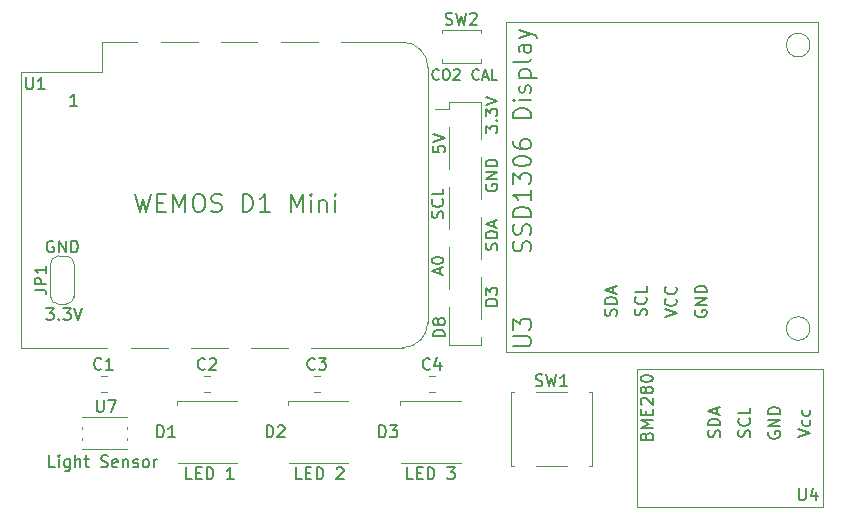
<source format=gbr>
%TF.GenerationSoftware,KiCad,Pcbnew,(5.1.5)-3*%
%TF.CreationDate,2020-03-09T23:17:30+02:00*%
%TF.ProjectId,iaq_device,6961715f-6465-4766-9963-652e6b696361,rev?*%
%TF.SameCoordinates,Original*%
%TF.FileFunction,Legend,Top*%
%TF.FilePolarity,Positive*%
%FSLAX46Y46*%
G04 Gerber Fmt 4.6, Leading zero omitted, Abs format (unit mm)*
G04 Created by KiCad (PCBNEW (5.1.5)-3) date 2020-03-09 23:17:30*
%MOMM*%
%LPD*%
G04 APERTURE LIST*
%ADD10C,0.150000*%
%ADD11C,0.120000*%
%ADD12C,0.200000*%
G04 APERTURE END LIST*
D10*
X105251214Y-82621380D02*
X104679785Y-82621380D01*
X104965500Y-82621380D02*
X104965500Y-81621380D01*
X104870261Y-81764238D01*
X104775023Y-81859476D01*
X104679785Y-81907095D01*
X136405880Y-102147595D02*
X135405880Y-102147595D01*
X135405880Y-101909500D01*
X135453500Y-101766642D01*
X135548738Y-101671404D01*
X135643976Y-101623785D01*
X135834452Y-101576166D01*
X135977309Y-101576166D01*
X136167785Y-101623785D01*
X136263023Y-101671404D01*
X136358261Y-101766642D01*
X136405880Y-101909500D01*
X136405880Y-102147595D01*
X135834452Y-101004738D02*
X135786833Y-101099976D01*
X135739214Y-101147595D01*
X135643976Y-101195214D01*
X135596357Y-101195214D01*
X135501119Y-101147595D01*
X135453500Y-101099976D01*
X135405880Y-101004738D01*
X135405880Y-100814261D01*
X135453500Y-100719023D01*
X135501119Y-100671404D01*
X135596357Y-100623785D01*
X135643976Y-100623785D01*
X135739214Y-100671404D01*
X135786833Y-100719023D01*
X135834452Y-100814261D01*
X135834452Y-101004738D01*
X135882071Y-101099976D01*
X135929690Y-101147595D01*
X136024928Y-101195214D01*
X136215404Y-101195214D01*
X136310642Y-101147595D01*
X136358261Y-101099976D01*
X136405880Y-101004738D01*
X136405880Y-100814261D01*
X136358261Y-100719023D01*
X136310642Y-100671404D01*
X136215404Y-100623785D01*
X136024928Y-100623785D01*
X135929690Y-100671404D01*
X135882071Y-100719023D01*
X135834452Y-100814261D01*
X140850880Y-99544095D02*
X139850880Y-99544095D01*
X139850880Y-99306000D01*
X139898500Y-99163142D01*
X139993738Y-99067904D01*
X140088976Y-99020285D01*
X140279452Y-98972666D01*
X140422309Y-98972666D01*
X140612785Y-99020285D01*
X140708023Y-99067904D01*
X140803261Y-99163142D01*
X140850880Y-99306000D01*
X140850880Y-99544095D01*
X139850880Y-98639333D02*
X139850880Y-98020285D01*
X140231833Y-98353619D01*
X140231833Y-98210761D01*
X140279452Y-98115523D01*
X140327071Y-98067904D01*
X140422309Y-98020285D01*
X140660404Y-98020285D01*
X140755642Y-98067904D01*
X140803261Y-98115523D01*
X140850880Y-98210761D01*
X140850880Y-98496476D01*
X140803261Y-98591714D01*
X140755642Y-98639333D01*
X135993166Y-96853285D02*
X135993166Y-96377095D01*
X136278880Y-96948523D02*
X135278880Y-96615190D01*
X136278880Y-96281857D01*
X135278880Y-95758047D02*
X135278880Y-95662809D01*
X135326500Y-95567571D01*
X135374119Y-95519952D01*
X135469357Y-95472333D01*
X135659833Y-95424714D01*
X135897928Y-95424714D01*
X136088404Y-95472333D01*
X136183642Y-95519952D01*
X136231261Y-95567571D01*
X136278880Y-95662809D01*
X136278880Y-95758047D01*
X136231261Y-95853285D01*
X136183642Y-95900904D01*
X136088404Y-95948523D01*
X135897928Y-95996142D01*
X135659833Y-95996142D01*
X135469357Y-95948523D01*
X135374119Y-95900904D01*
X135326500Y-95853285D01*
X135278880Y-95758047D01*
X140803261Y-94813285D02*
X140850880Y-94670428D01*
X140850880Y-94432333D01*
X140803261Y-94337095D01*
X140755642Y-94289476D01*
X140660404Y-94241857D01*
X140565166Y-94241857D01*
X140469928Y-94289476D01*
X140422309Y-94337095D01*
X140374690Y-94432333D01*
X140327071Y-94622809D01*
X140279452Y-94718047D01*
X140231833Y-94765666D01*
X140136595Y-94813285D01*
X140041357Y-94813285D01*
X139946119Y-94765666D01*
X139898500Y-94718047D01*
X139850880Y-94622809D01*
X139850880Y-94384714D01*
X139898500Y-94241857D01*
X140850880Y-93813285D02*
X139850880Y-93813285D01*
X139850880Y-93575190D01*
X139898500Y-93432333D01*
X139993738Y-93337095D01*
X140088976Y-93289476D01*
X140279452Y-93241857D01*
X140422309Y-93241857D01*
X140612785Y-93289476D01*
X140708023Y-93337095D01*
X140803261Y-93432333D01*
X140850880Y-93575190D01*
X140850880Y-93813285D01*
X140565166Y-92860904D02*
X140565166Y-92384714D01*
X140850880Y-92956142D02*
X139850880Y-92622809D01*
X140850880Y-92289476D01*
X136231261Y-92122476D02*
X136278880Y-91979619D01*
X136278880Y-91741523D01*
X136231261Y-91646285D01*
X136183642Y-91598666D01*
X136088404Y-91551047D01*
X135993166Y-91551047D01*
X135897928Y-91598666D01*
X135850309Y-91646285D01*
X135802690Y-91741523D01*
X135755071Y-91932000D01*
X135707452Y-92027238D01*
X135659833Y-92074857D01*
X135564595Y-92122476D01*
X135469357Y-92122476D01*
X135374119Y-92074857D01*
X135326500Y-92027238D01*
X135278880Y-91932000D01*
X135278880Y-91693904D01*
X135326500Y-91551047D01*
X136183642Y-90551047D02*
X136231261Y-90598666D01*
X136278880Y-90741523D01*
X136278880Y-90836761D01*
X136231261Y-90979619D01*
X136136023Y-91074857D01*
X136040785Y-91122476D01*
X135850309Y-91170095D01*
X135707452Y-91170095D01*
X135516976Y-91122476D01*
X135421738Y-91074857D01*
X135326500Y-90979619D01*
X135278880Y-90836761D01*
X135278880Y-90741523D01*
X135326500Y-90598666D01*
X135374119Y-90551047D01*
X136278880Y-89646285D02*
X136278880Y-90122476D01*
X135278880Y-90122476D01*
X139898500Y-89280904D02*
X139850880Y-89376142D01*
X139850880Y-89519000D01*
X139898500Y-89661857D01*
X139993738Y-89757095D01*
X140088976Y-89804714D01*
X140279452Y-89852333D01*
X140422309Y-89852333D01*
X140612785Y-89804714D01*
X140708023Y-89757095D01*
X140803261Y-89661857D01*
X140850880Y-89519000D01*
X140850880Y-89423761D01*
X140803261Y-89280904D01*
X140755642Y-89233285D01*
X140422309Y-89233285D01*
X140422309Y-89423761D01*
X140850880Y-88804714D02*
X139850880Y-88804714D01*
X140850880Y-88233285D01*
X139850880Y-88233285D01*
X140850880Y-87757095D02*
X139850880Y-87757095D01*
X139850880Y-87519000D01*
X139898500Y-87376142D01*
X139993738Y-87280904D01*
X140088976Y-87233285D01*
X140279452Y-87185666D01*
X140422309Y-87185666D01*
X140612785Y-87233285D01*
X140708023Y-87280904D01*
X140803261Y-87376142D01*
X140850880Y-87519000D01*
X140850880Y-87757095D01*
X135405880Y-86042476D02*
X135405880Y-86518666D01*
X135882071Y-86566285D01*
X135834452Y-86518666D01*
X135786833Y-86423428D01*
X135786833Y-86185333D01*
X135834452Y-86090095D01*
X135882071Y-86042476D01*
X135977309Y-85994857D01*
X136215404Y-85994857D01*
X136310642Y-86042476D01*
X136358261Y-86090095D01*
X136405880Y-86185333D01*
X136405880Y-86423428D01*
X136358261Y-86518666D01*
X136310642Y-86566285D01*
X135405880Y-85709142D02*
X136405880Y-85375809D01*
X135405880Y-85042476D01*
X139850880Y-84915190D02*
X139850880Y-84296142D01*
X140231833Y-84629476D01*
X140231833Y-84486619D01*
X140279452Y-84391380D01*
X140327071Y-84343761D01*
X140422309Y-84296142D01*
X140660404Y-84296142D01*
X140755642Y-84343761D01*
X140803261Y-84391380D01*
X140850880Y-84486619D01*
X140850880Y-84772333D01*
X140803261Y-84867571D01*
X140755642Y-84915190D01*
X140755642Y-83867571D02*
X140803261Y-83819952D01*
X140850880Y-83867571D01*
X140803261Y-83915190D01*
X140755642Y-83867571D01*
X140850880Y-83867571D01*
X139850880Y-83486619D02*
X139850880Y-82867571D01*
X140231833Y-83200904D01*
X140231833Y-83058047D01*
X140279452Y-82962809D01*
X140327071Y-82915190D01*
X140422309Y-82867571D01*
X140660404Y-82867571D01*
X140755642Y-82915190D01*
X140803261Y-82962809D01*
X140850880Y-83058047D01*
X140850880Y-83343761D01*
X140803261Y-83439000D01*
X140755642Y-83486619D01*
X139850880Y-82581857D02*
X140850880Y-82248523D01*
X139850880Y-81915190D01*
X135884714Y-80331428D02*
X135841857Y-80374285D01*
X135713285Y-80417142D01*
X135627571Y-80417142D01*
X135499000Y-80374285D01*
X135413285Y-80288571D01*
X135370428Y-80202857D01*
X135327571Y-80031428D01*
X135327571Y-79902857D01*
X135370428Y-79731428D01*
X135413285Y-79645714D01*
X135499000Y-79560000D01*
X135627571Y-79517142D01*
X135713285Y-79517142D01*
X135841857Y-79560000D01*
X135884714Y-79602857D01*
X136441857Y-79517142D02*
X136613285Y-79517142D01*
X136699000Y-79560000D01*
X136784714Y-79645714D01*
X136827571Y-79817142D01*
X136827571Y-80117142D01*
X136784714Y-80288571D01*
X136699000Y-80374285D01*
X136613285Y-80417142D01*
X136441857Y-80417142D01*
X136356142Y-80374285D01*
X136270428Y-80288571D01*
X136227571Y-80117142D01*
X136227571Y-79817142D01*
X136270428Y-79645714D01*
X136356142Y-79560000D01*
X136441857Y-79517142D01*
X137170428Y-79602857D02*
X137213285Y-79560000D01*
X137299000Y-79517142D01*
X137513285Y-79517142D01*
X137599000Y-79560000D01*
X137641857Y-79602857D01*
X137684714Y-79688571D01*
X137684714Y-79774285D01*
X137641857Y-79902857D01*
X137127571Y-80417142D01*
X137684714Y-80417142D01*
X139270428Y-80331428D02*
X139227571Y-80374285D01*
X139099000Y-80417142D01*
X139013285Y-80417142D01*
X138884714Y-80374285D01*
X138799000Y-80288571D01*
X138756142Y-80202857D01*
X138713285Y-80031428D01*
X138713285Y-79902857D01*
X138756142Y-79731428D01*
X138799000Y-79645714D01*
X138884714Y-79560000D01*
X139013285Y-79517142D01*
X139099000Y-79517142D01*
X139227571Y-79560000D01*
X139270428Y-79602857D01*
X139613285Y-80160000D02*
X140041857Y-80160000D01*
X139527571Y-80417142D02*
X139827571Y-79517142D01*
X140127571Y-80417142D01*
X140856142Y-80417142D02*
X140427571Y-80417142D01*
X140427571Y-79517142D01*
X133700000Y-114244380D02*
X133223809Y-114244380D01*
X133223809Y-113244380D01*
X134033333Y-113720571D02*
X134366666Y-113720571D01*
X134509523Y-114244380D02*
X134033333Y-114244380D01*
X134033333Y-113244380D01*
X134509523Y-113244380D01*
X134938095Y-114244380D02*
X134938095Y-113244380D01*
X135176190Y-113244380D01*
X135319047Y-113292000D01*
X135414285Y-113387238D01*
X135461904Y-113482476D01*
X135509523Y-113672952D01*
X135509523Y-113815809D01*
X135461904Y-114006285D01*
X135414285Y-114101523D01*
X135319047Y-114196761D01*
X135176190Y-114244380D01*
X134938095Y-114244380D01*
X136604761Y-113244380D02*
X137223809Y-113244380D01*
X136890476Y-113625333D01*
X137033333Y-113625333D01*
X137128571Y-113672952D01*
X137176190Y-113720571D01*
X137223809Y-113815809D01*
X137223809Y-114053904D01*
X137176190Y-114149142D01*
X137128571Y-114196761D01*
X137033333Y-114244380D01*
X136747619Y-114244380D01*
X136652380Y-114196761D01*
X136604761Y-114149142D01*
X124300000Y-114244380D02*
X123823809Y-114244380D01*
X123823809Y-113244380D01*
X124633333Y-113720571D02*
X124966666Y-113720571D01*
X125109523Y-114244380D02*
X124633333Y-114244380D01*
X124633333Y-113244380D01*
X125109523Y-113244380D01*
X125538095Y-114244380D02*
X125538095Y-113244380D01*
X125776190Y-113244380D01*
X125919047Y-113292000D01*
X126014285Y-113387238D01*
X126061904Y-113482476D01*
X126109523Y-113672952D01*
X126109523Y-113815809D01*
X126061904Y-114006285D01*
X126014285Y-114101523D01*
X125919047Y-114196761D01*
X125776190Y-114244380D01*
X125538095Y-114244380D01*
X127252380Y-113339619D02*
X127300000Y-113292000D01*
X127395238Y-113244380D01*
X127633333Y-113244380D01*
X127728571Y-113292000D01*
X127776190Y-113339619D01*
X127823809Y-113434857D01*
X127823809Y-113530095D01*
X127776190Y-113672952D01*
X127204761Y-114244380D01*
X127823809Y-114244380D01*
X115000000Y-114244380D02*
X114523809Y-114244380D01*
X114523809Y-113244380D01*
X115333333Y-113720571D02*
X115666666Y-113720571D01*
X115809523Y-114244380D02*
X115333333Y-114244380D01*
X115333333Y-113244380D01*
X115809523Y-113244380D01*
X116238095Y-114244380D02*
X116238095Y-113244380D01*
X116476190Y-113244380D01*
X116619047Y-113292000D01*
X116714285Y-113387238D01*
X116761904Y-113482476D01*
X116809523Y-113672952D01*
X116809523Y-113815809D01*
X116761904Y-114006285D01*
X116714285Y-114101523D01*
X116619047Y-114196761D01*
X116476190Y-114244380D01*
X116238095Y-114244380D01*
X118523809Y-114244380D02*
X117952380Y-114244380D01*
X118238095Y-114244380D02*
X118238095Y-113244380D01*
X118142857Y-113387238D01*
X118047619Y-113482476D01*
X117952380Y-113530095D01*
D11*
X168402000Y-104902000D02*
X168402000Y-116586000D01*
X152654000Y-104902000D02*
X168402000Y-104902000D01*
X152654000Y-116586000D02*
X152654000Y-104902000D01*
X168402000Y-116586000D02*
X152654000Y-116586000D01*
X168021000Y-75565000D02*
X141605000Y-75565000D01*
X168021000Y-103505000D02*
X168021000Y-75565000D01*
X167315000Y-77485000D02*
G75*
G03X167315000Y-77485000I-1000000J0D01*
G01*
X167315000Y-101485000D02*
G75*
G03X167315000Y-101485000I-1000000J0D01*
G01*
X141605000Y-103505000D02*
X141605000Y-75565000D01*
X154305000Y-103505000D02*
X141605000Y-103505000D01*
X154305000Y-103505000D02*
X168021000Y-103505000D01*
X142215000Y-113132000D02*
X141965000Y-113132000D01*
X141965000Y-113132000D02*
X141965000Y-106832000D01*
X141965000Y-106832000D02*
X142215000Y-106832000D01*
X146715000Y-113132000D02*
X144115000Y-113132000D01*
X148615000Y-106832000D02*
X148865000Y-106832000D01*
X148865000Y-106832000D02*
X148865000Y-113132000D01*
X148865000Y-113132000D02*
X148615000Y-113132000D01*
X144115000Y-106832000D02*
X146715000Y-106832000D01*
X103713000Y-99429000D02*
G75*
G02X103013000Y-98729000I0J700000D01*
G01*
X105013000Y-98729000D02*
G75*
G02X104313000Y-99429000I-700000J0D01*
G01*
X104313000Y-95329000D02*
G75*
G02X105013000Y-96029000I0J-700000D01*
G01*
X103013000Y-96029000D02*
G75*
G02X103713000Y-95329000I700000J0D01*
G01*
X103013000Y-98779000D02*
X103013000Y-95979000D01*
X103713000Y-95329000D02*
X104313000Y-95329000D01*
X105013000Y-95979000D02*
X105013000Y-98779000D01*
X104313000Y-99429000D02*
X103713000Y-99429000D01*
X135572500Y-82933000D02*
X136782500Y-82933000D01*
X136782500Y-99693000D02*
X136782500Y-102903000D01*
X136782500Y-94613000D02*
X136782500Y-98173000D01*
X136782500Y-89533000D02*
X136782500Y-93093000D01*
X136782500Y-84453000D02*
X136782500Y-88013000D01*
X136782500Y-82263000D02*
X136782500Y-82933000D01*
X136782500Y-102903000D02*
X139442500Y-102903000D01*
X139442500Y-102233000D02*
X139442500Y-102903000D01*
X139442500Y-97153000D02*
X139442500Y-100713000D01*
X139442500Y-92073000D02*
X139442500Y-95633000D01*
X139442500Y-86993000D02*
X139442500Y-90553000D01*
X139442500Y-82263000D02*
X139442500Y-85473000D01*
X136782500Y-82263000D02*
X139442500Y-82263000D01*
X109450000Y-111700000D02*
X105650000Y-111700000D01*
X105650000Y-110750000D02*
X105650000Y-110900000D01*
X105650000Y-109925000D02*
X105650000Y-109950000D01*
X105650000Y-109800000D02*
X105650000Y-109925000D01*
X109450000Y-110750000D02*
X109450000Y-110900000D01*
X109450000Y-109800000D02*
X109450000Y-109950000D01*
X105650000Y-109000000D02*
X109450000Y-109000000D01*
X125044200Y-103124000D02*
X132816600Y-103124000D01*
X100499000Y-79780000D02*
X100499000Y-103100000D01*
X134959000Y-100980000D02*
X134959000Y-79370000D01*
X107399000Y-77240000D02*
X107399000Y-79780000D01*
X107399000Y-79780000D02*
X100499000Y-79780000D01*
X132829000Y-77240000D02*
G75*
G02X134959000Y-79370000I0J-2130000D01*
G01*
X134959000Y-100970000D02*
G75*
G02X132829000Y-103100000I-2130000J0D01*
G01*
X107406440Y-77243940D02*
X110332520Y-77243940D01*
X112334040Y-77238860D02*
X115478560Y-77238860D01*
X117411500Y-77216000D02*
X120523000Y-77216000D01*
X122491500Y-77216000D02*
X125666500Y-77216000D01*
X127571500Y-77216000D02*
X133096000Y-77216000D01*
X107823000Y-103124000D02*
X100507800Y-103124000D01*
X109804200Y-103124000D02*
X112953800Y-103124000D01*
X114884200Y-103124000D02*
X118033800Y-103124000D01*
X119964200Y-103124000D02*
X123113800Y-103124000D01*
X139445000Y-76197000D02*
X139445000Y-76497000D01*
X136145000Y-76197000D02*
X139445000Y-76197000D01*
X136145000Y-76497000D02*
X136145000Y-76197000D01*
X139445000Y-78997000D02*
X139445000Y-78697000D01*
X136145000Y-78997000D02*
X139445000Y-78997000D01*
X136145000Y-78697000D02*
X136145000Y-78997000D01*
X135047922Y-106882000D02*
X135565078Y-106882000D01*
X135047922Y-105462000D02*
X135565078Y-105462000D01*
X125295922Y-106882000D02*
X125813078Y-106882000D01*
X125295922Y-105462000D02*
X125813078Y-105462000D01*
X116002922Y-106882000D02*
X116520078Y-106882000D01*
X116002922Y-105462000D02*
X116520078Y-105462000D01*
X107310422Y-106882000D02*
X107827578Y-106882000D01*
X107310422Y-105462000D02*
X107827578Y-105462000D01*
X132608000Y-107936000D02*
X132608000Y-107616000D01*
X132728000Y-112856000D02*
X137728000Y-112856000D01*
X132608000Y-107616000D02*
X137728000Y-107616000D01*
X123110000Y-107936000D02*
X123110000Y-107616000D01*
X123230000Y-112856000D02*
X128230000Y-112856000D01*
X123110000Y-107616000D02*
X128230000Y-107616000D01*
X113720000Y-107936000D02*
X113720000Y-107616000D01*
X113840000Y-112856000D02*
X118840000Y-112856000D01*
X113720000Y-107616000D02*
X118840000Y-107616000D01*
D10*
X166370095Y-115022380D02*
X166370095Y-115831904D01*
X166417714Y-115927142D01*
X166465333Y-115974761D01*
X166560571Y-116022380D01*
X166751047Y-116022380D01*
X166846285Y-115974761D01*
X166893904Y-115927142D01*
X166941523Y-115831904D01*
X166941523Y-115022380D01*
X167846285Y-115355714D02*
X167846285Y-116022380D01*
X167608190Y-114974761D02*
X167370095Y-115689047D01*
X167989142Y-115689047D01*
X153471571Y-110586833D02*
X153519190Y-110443976D01*
X153566809Y-110396357D01*
X153662047Y-110348738D01*
X153804904Y-110348738D01*
X153900142Y-110396357D01*
X153947761Y-110443976D01*
X153995380Y-110539214D01*
X153995380Y-110920166D01*
X152995380Y-110920166D01*
X152995380Y-110586833D01*
X153043000Y-110491595D01*
X153090619Y-110443976D01*
X153185857Y-110396357D01*
X153281095Y-110396357D01*
X153376333Y-110443976D01*
X153423952Y-110491595D01*
X153471571Y-110586833D01*
X153471571Y-110920166D01*
X153995380Y-109920166D02*
X152995380Y-109920166D01*
X153709666Y-109586833D01*
X152995380Y-109253500D01*
X153995380Y-109253500D01*
X153471571Y-108777309D02*
X153471571Y-108443976D01*
X153995380Y-108301119D02*
X153995380Y-108777309D01*
X152995380Y-108777309D01*
X152995380Y-108301119D01*
X153090619Y-107920166D02*
X153043000Y-107872547D01*
X152995380Y-107777309D01*
X152995380Y-107539214D01*
X153043000Y-107443976D01*
X153090619Y-107396357D01*
X153185857Y-107348738D01*
X153281095Y-107348738D01*
X153423952Y-107396357D01*
X153995380Y-107967785D01*
X153995380Y-107348738D01*
X153423952Y-106777309D02*
X153376333Y-106872547D01*
X153328714Y-106920166D01*
X153233476Y-106967785D01*
X153185857Y-106967785D01*
X153090619Y-106920166D01*
X153043000Y-106872547D01*
X152995380Y-106777309D01*
X152995380Y-106586833D01*
X153043000Y-106491595D01*
X153090619Y-106443976D01*
X153185857Y-106396357D01*
X153233476Y-106396357D01*
X153328714Y-106443976D01*
X153376333Y-106491595D01*
X153423952Y-106586833D01*
X153423952Y-106777309D01*
X153471571Y-106872547D01*
X153519190Y-106920166D01*
X153614428Y-106967785D01*
X153804904Y-106967785D01*
X153900142Y-106920166D01*
X153947761Y-106872547D01*
X153995380Y-106777309D01*
X153995380Y-106586833D01*
X153947761Y-106491595D01*
X153900142Y-106443976D01*
X153804904Y-106396357D01*
X153614428Y-106396357D01*
X153519190Y-106443976D01*
X153471571Y-106491595D01*
X153423952Y-106586833D01*
X152995380Y-105777309D02*
X152995380Y-105682071D01*
X153043000Y-105586833D01*
X153090619Y-105539214D01*
X153185857Y-105491595D01*
X153376333Y-105443976D01*
X153614428Y-105443976D01*
X153804904Y-105491595D01*
X153900142Y-105539214D01*
X153947761Y-105586833D01*
X153995380Y-105682071D01*
X153995380Y-105777309D01*
X153947761Y-105872547D01*
X153900142Y-105920166D01*
X153804904Y-105967785D01*
X153614428Y-106015404D01*
X153376333Y-106015404D01*
X153185857Y-105967785D01*
X153090619Y-105920166D01*
X153043000Y-105872547D01*
X152995380Y-105777309D01*
X159662761Y-110688285D02*
X159710380Y-110545428D01*
X159710380Y-110307333D01*
X159662761Y-110212095D01*
X159615142Y-110164476D01*
X159519904Y-110116857D01*
X159424666Y-110116857D01*
X159329428Y-110164476D01*
X159281809Y-110212095D01*
X159234190Y-110307333D01*
X159186571Y-110497809D01*
X159138952Y-110593047D01*
X159091333Y-110640666D01*
X158996095Y-110688285D01*
X158900857Y-110688285D01*
X158805619Y-110640666D01*
X158758000Y-110593047D01*
X158710380Y-110497809D01*
X158710380Y-110259714D01*
X158758000Y-110116857D01*
X159710380Y-109688285D02*
X158710380Y-109688285D01*
X158710380Y-109450190D01*
X158758000Y-109307333D01*
X158853238Y-109212095D01*
X158948476Y-109164476D01*
X159138952Y-109116857D01*
X159281809Y-109116857D01*
X159472285Y-109164476D01*
X159567523Y-109212095D01*
X159662761Y-109307333D01*
X159710380Y-109450190D01*
X159710380Y-109688285D01*
X159424666Y-108735904D02*
X159424666Y-108259714D01*
X159710380Y-108831142D02*
X158710380Y-108497809D01*
X159710380Y-108164476D01*
X162202761Y-110664476D02*
X162250380Y-110521619D01*
X162250380Y-110283523D01*
X162202761Y-110188285D01*
X162155142Y-110140666D01*
X162059904Y-110093047D01*
X161964666Y-110093047D01*
X161869428Y-110140666D01*
X161821809Y-110188285D01*
X161774190Y-110283523D01*
X161726571Y-110474000D01*
X161678952Y-110569238D01*
X161631333Y-110616857D01*
X161536095Y-110664476D01*
X161440857Y-110664476D01*
X161345619Y-110616857D01*
X161298000Y-110569238D01*
X161250380Y-110474000D01*
X161250380Y-110235904D01*
X161298000Y-110093047D01*
X162155142Y-109093047D02*
X162202761Y-109140666D01*
X162250380Y-109283523D01*
X162250380Y-109378761D01*
X162202761Y-109521619D01*
X162107523Y-109616857D01*
X162012285Y-109664476D01*
X161821809Y-109712095D01*
X161678952Y-109712095D01*
X161488476Y-109664476D01*
X161393238Y-109616857D01*
X161298000Y-109521619D01*
X161250380Y-109378761D01*
X161250380Y-109283523D01*
X161298000Y-109140666D01*
X161345619Y-109093047D01*
X162250380Y-108188285D02*
X162250380Y-108664476D01*
X161250380Y-108664476D01*
X163838000Y-110235904D02*
X163790380Y-110331142D01*
X163790380Y-110474000D01*
X163838000Y-110616857D01*
X163933238Y-110712095D01*
X164028476Y-110759714D01*
X164218952Y-110807333D01*
X164361809Y-110807333D01*
X164552285Y-110759714D01*
X164647523Y-110712095D01*
X164742761Y-110616857D01*
X164790380Y-110474000D01*
X164790380Y-110378761D01*
X164742761Y-110235904D01*
X164695142Y-110188285D01*
X164361809Y-110188285D01*
X164361809Y-110378761D01*
X164790380Y-109759714D02*
X163790380Y-109759714D01*
X164790380Y-109188285D01*
X163790380Y-109188285D01*
X164790380Y-108712095D02*
X163790380Y-108712095D01*
X163790380Y-108474000D01*
X163838000Y-108331142D01*
X163933238Y-108235904D01*
X164028476Y-108188285D01*
X164218952Y-108140666D01*
X164361809Y-108140666D01*
X164552285Y-108188285D01*
X164647523Y-108235904D01*
X164742761Y-108331142D01*
X164790380Y-108474000D01*
X164790380Y-108712095D01*
X166330380Y-110664476D02*
X167330380Y-110331142D01*
X166330380Y-109997809D01*
X167282761Y-109235904D02*
X167330380Y-109331142D01*
X167330380Y-109521619D01*
X167282761Y-109616857D01*
X167235142Y-109664476D01*
X167139904Y-109712095D01*
X166854190Y-109712095D01*
X166758952Y-109664476D01*
X166711333Y-109616857D01*
X166663714Y-109521619D01*
X166663714Y-109331142D01*
X166711333Y-109235904D01*
X167282761Y-108378761D02*
X167330380Y-108474000D01*
X167330380Y-108664476D01*
X167282761Y-108759714D01*
X167235142Y-108807333D01*
X167139904Y-108854952D01*
X166854190Y-108854952D01*
X166758952Y-108807333D01*
X166711333Y-108759714D01*
X166663714Y-108664476D01*
X166663714Y-108474000D01*
X166711333Y-108378761D01*
D12*
X142180571Y-102996857D02*
X143394857Y-102996857D01*
X143537714Y-102925428D01*
X143609142Y-102854000D01*
X143680571Y-102711142D01*
X143680571Y-102425428D01*
X143609142Y-102282571D01*
X143537714Y-102211142D01*
X143394857Y-102139714D01*
X142180571Y-102139714D01*
X142180571Y-101568285D02*
X142180571Y-100639714D01*
X142752000Y-101139714D01*
X142752000Y-100925428D01*
X142823428Y-100782571D01*
X142894857Y-100711142D01*
X143037714Y-100639714D01*
X143394857Y-100639714D01*
X143537714Y-100711142D01*
X143609142Y-100782571D01*
X143680571Y-100925428D01*
X143680571Y-101354000D01*
X143609142Y-101496857D01*
X143537714Y-101568285D01*
D10*
X150899761Y-100401285D02*
X150947380Y-100258428D01*
X150947380Y-100020333D01*
X150899761Y-99925095D01*
X150852142Y-99877476D01*
X150756904Y-99829857D01*
X150661666Y-99829857D01*
X150566428Y-99877476D01*
X150518809Y-99925095D01*
X150471190Y-100020333D01*
X150423571Y-100210809D01*
X150375952Y-100306047D01*
X150328333Y-100353666D01*
X150233095Y-100401285D01*
X150137857Y-100401285D01*
X150042619Y-100353666D01*
X149995000Y-100306047D01*
X149947380Y-100210809D01*
X149947380Y-99972714D01*
X149995000Y-99829857D01*
X150947380Y-99401285D02*
X149947380Y-99401285D01*
X149947380Y-99163190D01*
X149995000Y-99020333D01*
X150090238Y-98925095D01*
X150185476Y-98877476D01*
X150375952Y-98829857D01*
X150518809Y-98829857D01*
X150709285Y-98877476D01*
X150804523Y-98925095D01*
X150899761Y-99020333D01*
X150947380Y-99163190D01*
X150947380Y-99401285D01*
X150661666Y-98448904D02*
X150661666Y-97972714D01*
X150947380Y-98544142D02*
X149947380Y-98210809D01*
X150947380Y-97877476D01*
X153439761Y-100377476D02*
X153487380Y-100234619D01*
X153487380Y-99996523D01*
X153439761Y-99901285D01*
X153392142Y-99853666D01*
X153296904Y-99806047D01*
X153201666Y-99806047D01*
X153106428Y-99853666D01*
X153058809Y-99901285D01*
X153011190Y-99996523D01*
X152963571Y-100187000D01*
X152915952Y-100282238D01*
X152868333Y-100329857D01*
X152773095Y-100377476D01*
X152677857Y-100377476D01*
X152582619Y-100329857D01*
X152535000Y-100282238D01*
X152487380Y-100187000D01*
X152487380Y-99948904D01*
X152535000Y-99806047D01*
X153392142Y-98806047D02*
X153439761Y-98853666D01*
X153487380Y-98996523D01*
X153487380Y-99091761D01*
X153439761Y-99234619D01*
X153344523Y-99329857D01*
X153249285Y-99377476D01*
X153058809Y-99425095D01*
X152915952Y-99425095D01*
X152725476Y-99377476D01*
X152630238Y-99329857D01*
X152535000Y-99234619D01*
X152487380Y-99091761D01*
X152487380Y-98996523D01*
X152535000Y-98853666D01*
X152582619Y-98806047D01*
X153487380Y-97901285D02*
X153487380Y-98377476D01*
X152487380Y-98377476D01*
X155027380Y-100520333D02*
X156027380Y-100187000D01*
X155027380Y-99853666D01*
X155932142Y-98948904D02*
X155979761Y-98996523D01*
X156027380Y-99139380D01*
X156027380Y-99234619D01*
X155979761Y-99377476D01*
X155884523Y-99472714D01*
X155789285Y-99520333D01*
X155598809Y-99567952D01*
X155455952Y-99567952D01*
X155265476Y-99520333D01*
X155170238Y-99472714D01*
X155075000Y-99377476D01*
X155027380Y-99234619D01*
X155027380Y-99139380D01*
X155075000Y-98996523D01*
X155122619Y-98948904D01*
X155932142Y-97948904D02*
X155979761Y-97996523D01*
X156027380Y-98139380D01*
X156027380Y-98234619D01*
X155979761Y-98377476D01*
X155884523Y-98472714D01*
X155789285Y-98520333D01*
X155598809Y-98567952D01*
X155455952Y-98567952D01*
X155265476Y-98520333D01*
X155170238Y-98472714D01*
X155075000Y-98377476D01*
X155027380Y-98234619D01*
X155027380Y-98139380D01*
X155075000Y-97996523D01*
X155122619Y-97948904D01*
X157615000Y-99948904D02*
X157567380Y-100044142D01*
X157567380Y-100187000D01*
X157615000Y-100329857D01*
X157710238Y-100425095D01*
X157805476Y-100472714D01*
X157995952Y-100520333D01*
X158138809Y-100520333D01*
X158329285Y-100472714D01*
X158424523Y-100425095D01*
X158519761Y-100329857D01*
X158567380Y-100187000D01*
X158567380Y-100091761D01*
X158519761Y-99948904D01*
X158472142Y-99901285D01*
X158138809Y-99901285D01*
X158138809Y-100091761D01*
X158567380Y-99472714D02*
X157567380Y-99472714D01*
X158567380Y-98901285D01*
X157567380Y-98901285D01*
X158567380Y-98425095D02*
X157567380Y-98425095D01*
X157567380Y-98187000D01*
X157615000Y-98044142D01*
X157710238Y-97948904D01*
X157805476Y-97901285D01*
X157995952Y-97853666D01*
X158138809Y-97853666D01*
X158329285Y-97901285D01*
X158424523Y-97948904D01*
X158519761Y-98044142D01*
X158567380Y-98187000D01*
X158567380Y-98425095D01*
D12*
X143609142Y-94955142D02*
X143680571Y-94740857D01*
X143680571Y-94383714D01*
X143609142Y-94240857D01*
X143537714Y-94169428D01*
X143394857Y-94098000D01*
X143252000Y-94098000D01*
X143109142Y-94169428D01*
X143037714Y-94240857D01*
X142966285Y-94383714D01*
X142894857Y-94669428D01*
X142823428Y-94812285D01*
X142752000Y-94883714D01*
X142609142Y-94955142D01*
X142466285Y-94955142D01*
X142323428Y-94883714D01*
X142252000Y-94812285D01*
X142180571Y-94669428D01*
X142180571Y-94312285D01*
X142252000Y-94098000D01*
X143609142Y-93526571D02*
X143680571Y-93312285D01*
X143680571Y-92955142D01*
X143609142Y-92812285D01*
X143537714Y-92740857D01*
X143394857Y-92669428D01*
X143252000Y-92669428D01*
X143109142Y-92740857D01*
X143037714Y-92812285D01*
X142966285Y-92955142D01*
X142894857Y-93240857D01*
X142823428Y-93383714D01*
X142752000Y-93455142D01*
X142609142Y-93526571D01*
X142466285Y-93526571D01*
X142323428Y-93455142D01*
X142252000Y-93383714D01*
X142180571Y-93240857D01*
X142180571Y-92883714D01*
X142252000Y-92669428D01*
X143680571Y-92026571D02*
X142180571Y-92026571D01*
X142180571Y-91669428D01*
X142252000Y-91455142D01*
X142394857Y-91312285D01*
X142537714Y-91240857D01*
X142823428Y-91169428D01*
X143037714Y-91169428D01*
X143323428Y-91240857D01*
X143466285Y-91312285D01*
X143609142Y-91455142D01*
X143680571Y-91669428D01*
X143680571Y-92026571D01*
X143680571Y-89740857D02*
X143680571Y-90598000D01*
X143680571Y-90169428D02*
X142180571Y-90169428D01*
X142394857Y-90312285D01*
X142537714Y-90455142D01*
X142609142Y-90598000D01*
X142180571Y-89240857D02*
X142180571Y-88312285D01*
X142752000Y-88812285D01*
X142752000Y-88598000D01*
X142823428Y-88455142D01*
X142894857Y-88383714D01*
X143037714Y-88312285D01*
X143394857Y-88312285D01*
X143537714Y-88383714D01*
X143609142Y-88455142D01*
X143680571Y-88598000D01*
X143680571Y-89026571D01*
X143609142Y-89169428D01*
X143537714Y-89240857D01*
X142180571Y-87383714D02*
X142180571Y-87240857D01*
X142252000Y-87098000D01*
X142323428Y-87026571D01*
X142466285Y-86955142D01*
X142752000Y-86883714D01*
X143109142Y-86883714D01*
X143394857Y-86955142D01*
X143537714Y-87026571D01*
X143609142Y-87098000D01*
X143680571Y-87240857D01*
X143680571Y-87383714D01*
X143609142Y-87526571D01*
X143537714Y-87598000D01*
X143394857Y-87669428D01*
X143109142Y-87740857D01*
X142752000Y-87740857D01*
X142466285Y-87669428D01*
X142323428Y-87598000D01*
X142252000Y-87526571D01*
X142180571Y-87383714D01*
X142180571Y-85598000D02*
X142180571Y-85883714D01*
X142252000Y-86026571D01*
X142323428Y-86098000D01*
X142537714Y-86240857D01*
X142823428Y-86312285D01*
X143394857Y-86312285D01*
X143537714Y-86240857D01*
X143609142Y-86169428D01*
X143680571Y-86026571D01*
X143680571Y-85740857D01*
X143609142Y-85598000D01*
X143537714Y-85526571D01*
X143394857Y-85455142D01*
X143037714Y-85455142D01*
X142894857Y-85526571D01*
X142823428Y-85598000D01*
X142752000Y-85740857D01*
X142752000Y-86026571D01*
X142823428Y-86169428D01*
X142894857Y-86240857D01*
X143037714Y-86312285D01*
X143680571Y-83669428D02*
X142180571Y-83669428D01*
X142180571Y-83312285D01*
X142252000Y-83098000D01*
X142394857Y-82955142D01*
X142537714Y-82883714D01*
X142823428Y-82812285D01*
X143037714Y-82812285D01*
X143323428Y-82883714D01*
X143466285Y-82955142D01*
X143609142Y-83098000D01*
X143680571Y-83312285D01*
X143680571Y-83669428D01*
X143680571Y-82169428D02*
X142680571Y-82169428D01*
X142180571Y-82169428D02*
X142252000Y-82240857D01*
X142323428Y-82169428D01*
X142252000Y-82098000D01*
X142180571Y-82169428D01*
X142323428Y-82169428D01*
X143609142Y-81526571D02*
X143680571Y-81383714D01*
X143680571Y-81098000D01*
X143609142Y-80955142D01*
X143466285Y-80883714D01*
X143394857Y-80883714D01*
X143252000Y-80955142D01*
X143180571Y-81098000D01*
X143180571Y-81312285D01*
X143109142Y-81455142D01*
X142966285Y-81526571D01*
X142894857Y-81526571D01*
X142752000Y-81455142D01*
X142680571Y-81312285D01*
X142680571Y-81098000D01*
X142752000Y-80955142D01*
X142680571Y-80240857D02*
X144180571Y-80240857D01*
X142752000Y-80240857D02*
X142680571Y-80098000D01*
X142680571Y-79812285D01*
X142752000Y-79669428D01*
X142823428Y-79598000D01*
X142966285Y-79526571D01*
X143394857Y-79526571D01*
X143537714Y-79598000D01*
X143609142Y-79669428D01*
X143680571Y-79812285D01*
X143680571Y-80098000D01*
X143609142Y-80240857D01*
X143680571Y-78669428D02*
X143609142Y-78812285D01*
X143466285Y-78883714D01*
X142180571Y-78883714D01*
X143680571Y-77455142D02*
X142894857Y-77455142D01*
X142752000Y-77526571D01*
X142680571Y-77669428D01*
X142680571Y-77955142D01*
X142752000Y-78098000D01*
X143609142Y-77455142D02*
X143680571Y-77598000D01*
X143680571Y-77955142D01*
X143609142Y-78098000D01*
X143466285Y-78169428D01*
X143323428Y-78169428D01*
X143180571Y-78098000D01*
X143109142Y-77955142D01*
X143109142Y-77598000D01*
X143037714Y-77455142D01*
X142680571Y-76883714D02*
X143680571Y-76526571D01*
X142680571Y-76169428D02*
X143680571Y-76526571D01*
X144037714Y-76669428D01*
X144109142Y-76740857D01*
X144180571Y-76883714D01*
D10*
X144081666Y-106322761D02*
X144224523Y-106370380D01*
X144462619Y-106370380D01*
X144557857Y-106322761D01*
X144605476Y-106275142D01*
X144653095Y-106179904D01*
X144653095Y-106084666D01*
X144605476Y-105989428D01*
X144557857Y-105941809D01*
X144462619Y-105894190D01*
X144272142Y-105846571D01*
X144176904Y-105798952D01*
X144129285Y-105751333D01*
X144081666Y-105656095D01*
X144081666Y-105560857D01*
X144129285Y-105465619D01*
X144176904Y-105418000D01*
X144272142Y-105370380D01*
X144510238Y-105370380D01*
X144653095Y-105418000D01*
X144986428Y-105370380D02*
X145224523Y-106370380D01*
X145415000Y-105656095D01*
X145605476Y-106370380D01*
X145843571Y-105370380D01*
X146748333Y-106370380D02*
X146176904Y-106370380D01*
X146462619Y-106370380D02*
X146462619Y-105370380D01*
X146367380Y-105513238D01*
X146272142Y-105608476D01*
X146176904Y-105656095D01*
X101665380Y-98212333D02*
X102379666Y-98212333D01*
X102522523Y-98259952D01*
X102617761Y-98355190D01*
X102665380Y-98498047D01*
X102665380Y-98593285D01*
X102665380Y-97736142D02*
X101665380Y-97736142D01*
X101665380Y-97355190D01*
X101713000Y-97259952D01*
X101760619Y-97212333D01*
X101855857Y-97164714D01*
X101998714Y-97164714D01*
X102093952Y-97212333D01*
X102141571Y-97259952D01*
X102189190Y-97355190D01*
X102189190Y-97736142D01*
X102665380Y-96212333D02*
X102665380Y-96783761D01*
X102665380Y-96498047D02*
X101665380Y-96498047D01*
X101808238Y-96593285D01*
X101903476Y-96688523D01*
X101951095Y-96783761D01*
X102663809Y-99752380D02*
X103282857Y-99752380D01*
X102949523Y-100133333D01*
X103092380Y-100133333D01*
X103187619Y-100180952D01*
X103235238Y-100228571D01*
X103282857Y-100323809D01*
X103282857Y-100561904D01*
X103235238Y-100657142D01*
X103187619Y-100704761D01*
X103092380Y-100752380D01*
X102806666Y-100752380D01*
X102711428Y-100704761D01*
X102663809Y-100657142D01*
X103711428Y-100657142D02*
X103759047Y-100704761D01*
X103711428Y-100752380D01*
X103663809Y-100704761D01*
X103711428Y-100657142D01*
X103711428Y-100752380D01*
X104092380Y-99752380D02*
X104711428Y-99752380D01*
X104378095Y-100133333D01*
X104520952Y-100133333D01*
X104616190Y-100180952D01*
X104663809Y-100228571D01*
X104711428Y-100323809D01*
X104711428Y-100561904D01*
X104663809Y-100657142D01*
X104616190Y-100704761D01*
X104520952Y-100752380D01*
X104235238Y-100752380D01*
X104140000Y-100704761D01*
X104092380Y-100657142D01*
X104997142Y-99752380D02*
X105330476Y-100752380D01*
X105663809Y-99752380D01*
X103251095Y-94085000D02*
X103155857Y-94037380D01*
X103013000Y-94037380D01*
X102870142Y-94085000D01*
X102774904Y-94180238D01*
X102727285Y-94275476D01*
X102679666Y-94465952D01*
X102679666Y-94608809D01*
X102727285Y-94799285D01*
X102774904Y-94894523D01*
X102870142Y-94989761D01*
X103013000Y-95037380D01*
X103108238Y-95037380D01*
X103251095Y-94989761D01*
X103298714Y-94942142D01*
X103298714Y-94608809D01*
X103108238Y-94608809D01*
X103727285Y-95037380D02*
X103727285Y-94037380D01*
X104298714Y-95037380D01*
X104298714Y-94037380D01*
X104774904Y-95037380D02*
X104774904Y-94037380D01*
X105013000Y-94037380D01*
X105155857Y-94085000D01*
X105251095Y-94180238D01*
X105298714Y-94275476D01*
X105346333Y-94465952D01*
X105346333Y-94608809D01*
X105298714Y-94799285D01*
X105251095Y-94894523D01*
X105155857Y-94989761D01*
X105013000Y-95037380D01*
X104774904Y-95037380D01*
X106934095Y-107529380D02*
X106934095Y-108338904D01*
X106981714Y-108434142D01*
X107029333Y-108481761D01*
X107124571Y-108529380D01*
X107315047Y-108529380D01*
X107410285Y-108481761D01*
X107457904Y-108434142D01*
X107505523Y-108338904D01*
X107505523Y-107529380D01*
X107886476Y-107529380D02*
X108553142Y-107529380D01*
X108124571Y-108529380D01*
X103400190Y-113228380D02*
X102924000Y-113228380D01*
X102924000Y-112228380D01*
X103733523Y-113228380D02*
X103733523Y-112561714D01*
X103733523Y-112228380D02*
X103685904Y-112276000D01*
X103733523Y-112323619D01*
X103781142Y-112276000D01*
X103733523Y-112228380D01*
X103733523Y-112323619D01*
X104638285Y-112561714D02*
X104638285Y-113371238D01*
X104590666Y-113466476D01*
X104543047Y-113514095D01*
X104447809Y-113561714D01*
X104304952Y-113561714D01*
X104209714Y-113514095D01*
X104638285Y-113180761D02*
X104543047Y-113228380D01*
X104352571Y-113228380D01*
X104257333Y-113180761D01*
X104209714Y-113133142D01*
X104162095Y-113037904D01*
X104162095Y-112752190D01*
X104209714Y-112656952D01*
X104257333Y-112609333D01*
X104352571Y-112561714D01*
X104543047Y-112561714D01*
X104638285Y-112609333D01*
X105114476Y-113228380D02*
X105114476Y-112228380D01*
X105543047Y-113228380D02*
X105543047Y-112704571D01*
X105495428Y-112609333D01*
X105400190Y-112561714D01*
X105257333Y-112561714D01*
X105162095Y-112609333D01*
X105114476Y-112656952D01*
X105876380Y-112561714D02*
X106257333Y-112561714D01*
X106019238Y-112228380D02*
X106019238Y-113085523D01*
X106066857Y-113180761D01*
X106162095Y-113228380D01*
X106257333Y-113228380D01*
X107304952Y-113180761D02*
X107447809Y-113228380D01*
X107685904Y-113228380D01*
X107781142Y-113180761D01*
X107828761Y-113133142D01*
X107876380Y-113037904D01*
X107876380Y-112942666D01*
X107828761Y-112847428D01*
X107781142Y-112799809D01*
X107685904Y-112752190D01*
X107495428Y-112704571D01*
X107400190Y-112656952D01*
X107352571Y-112609333D01*
X107304952Y-112514095D01*
X107304952Y-112418857D01*
X107352571Y-112323619D01*
X107400190Y-112276000D01*
X107495428Y-112228380D01*
X107733523Y-112228380D01*
X107876380Y-112276000D01*
X108685904Y-113180761D02*
X108590666Y-113228380D01*
X108400190Y-113228380D01*
X108304952Y-113180761D01*
X108257333Y-113085523D01*
X108257333Y-112704571D01*
X108304952Y-112609333D01*
X108400190Y-112561714D01*
X108590666Y-112561714D01*
X108685904Y-112609333D01*
X108733523Y-112704571D01*
X108733523Y-112799809D01*
X108257333Y-112895047D01*
X109162095Y-112561714D02*
X109162095Y-113228380D01*
X109162095Y-112656952D02*
X109209714Y-112609333D01*
X109304952Y-112561714D01*
X109447809Y-112561714D01*
X109543047Y-112609333D01*
X109590666Y-112704571D01*
X109590666Y-113228380D01*
X110019238Y-113180761D02*
X110114476Y-113228380D01*
X110304952Y-113228380D01*
X110400190Y-113180761D01*
X110447809Y-113085523D01*
X110447809Y-113037904D01*
X110400190Y-112942666D01*
X110304952Y-112895047D01*
X110162095Y-112895047D01*
X110066857Y-112847428D01*
X110019238Y-112752190D01*
X110019238Y-112704571D01*
X110066857Y-112609333D01*
X110162095Y-112561714D01*
X110304952Y-112561714D01*
X110400190Y-112609333D01*
X111019238Y-113228380D02*
X110924000Y-113180761D01*
X110876380Y-113133142D01*
X110828761Y-113037904D01*
X110828761Y-112752190D01*
X110876380Y-112656952D01*
X110924000Y-112609333D01*
X111019238Y-112561714D01*
X111162095Y-112561714D01*
X111257333Y-112609333D01*
X111304952Y-112656952D01*
X111352571Y-112752190D01*
X111352571Y-113037904D01*
X111304952Y-113133142D01*
X111257333Y-113180761D01*
X111162095Y-113228380D01*
X111019238Y-113228380D01*
X111781142Y-113228380D02*
X111781142Y-112561714D01*
X111781142Y-112752190D02*
X111828761Y-112656952D01*
X111876380Y-112609333D01*
X111971619Y-112561714D01*
X112066857Y-112561714D01*
X100965095Y-80224380D02*
X100965095Y-81033904D01*
X101012714Y-81129142D01*
X101060333Y-81176761D01*
X101155571Y-81224380D01*
X101346047Y-81224380D01*
X101441285Y-81176761D01*
X101488904Y-81129142D01*
X101536523Y-81033904D01*
X101536523Y-80224380D01*
X102536523Y-81224380D02*
X101965095Y-81224380D01*
X102250809Y-81224380D02*
X102250809Y-80224380D01*
X102155571Y-80367238D01*
X102060333Y-80462476D01*
X101965095Y-80510095D01*
D12*
X110209285Y-90110571D02*
X110566428Y-91610571D01*
X110852142Y-90539142D01*
X111137857Y-91610571D01*
X111495000Y-90110571D01*
X112066428Y-90824857D02*
X112566428Y-90824857D01*
X112780714Y-91610571D02*
X112066428Y-91610571D01*
X112066428Y-90110571D01*
X112780714Y-90110571D01*
X113423571Y-91610571D02*
X113423571Y-90110571D01*
X113923571Y-91182000D01*
X114423571Y-90110571D01*
X114423571Y-91610571D01*
X115423571Y-90110571D02*
X115709285Y-90110571D01*
X115852142Y-90182000D01*
X115995000Y-90324857D01*
X116066428Y-90610571D01*
X116066428Y-91110571D01*
X115995000Y-91396285D01*
X115852142Y-91539142D01*
X115709285Y-91610571D01*
X115423571Y-91610571D01*
X115280714Y-91539142D01*
X115137857Y-91396285D01*
X115066428Y-91110571D01*
X115066428Y-90610571D01*
X115137857Y-90324857D01*
X115280714Y-90182000D01*
X115423571Y-90110571D01*
X116637857Y-91539142D02*
X116852142Y-91610571D01*
X117209285Y-91610571D01*
X117352142Y-91539142D01*
X117423571Y-91467714D01*
X117495000Y-91324857D01*
X117495000Y-91182000D01*
X117423571Y-91039142D01*
X117352142Y-90967714D01*
X117209285Y-90896285D01*
X116923571Y-90824857D01*
X116780714Y-90753428D01*
X116709285Y-90682000D01*
X116637857Y-90539142D01*
X116637857Y-90396285D01*
X116709285Y-90253428D01*
X116780714Y-90182000D01*
X116923571Y-90110571D01*
X117280714Y-90110571D01*
X117495000Y-90182000D01*
X119280714Y-91610571D02*
X119280714Y-90110571D01*
X119637857Y-90110571D01*
X119852142Y-90182000D01*
X119995000Y-90324857D01*
X120066428Y-90467714D01*
X120137857Y-90753428D01*
X120137857Y-90967714D01*
X120066428Y-91253428D01*
X119995000Y-91396285D01*
X119852142Y-91539142D01*
X119637857Y-91610571D01*
X119280714Y-91610571D01*
X121566428Y-91610571D02*
X120709285Y-91610571D01*
X121137857Y-91610571D02*
X121137857Y-90110571D01*
X120995000Y-90324857D01*
X120852142Y-90467714D01*
X120709285Y-90539142D01*
X123352142Y-91610571D02*
X123352142Y-90110571D01*
X123852142Y-91182000D01*
X124352142Y-90110571D01*
X124352142Y-91610571D01*
X125066428Y-91610571D02*
X125066428Y-90610571D01*
X125066428Y-90110571D02*
X124995000Y-90182000D01*
X125066428Y-90253428D01*
X125137857Y-90182000D01*
X125066428Y-90110571D01*
X125066428Y-90253428D01*
X125780714Y-90610571D02*
X125780714Y-91610571D01*
X125780714Y-90753428D02*
X125852142Y-90682000D01*
X125995000Y-90610571D01*
X126209285Y-90610571D01*
X126352142Y-90682000D01*
X126423571Y-90824857D01*
X126423571Y-91610571D01*
X127137857Y-91610571D02*
X127137857Y-90610571D01*
X127137857Y-90110571D02*
X127066428Y-90182000D01*
X127137857Y-90253428D01*
X127209285Y-90182000D01*
X127137857Y-90110571D01*
X127137857Y-90253428D01*
D10*
X136461666Y-75715761D02*
X136604523Y-75763380D01*
X136842619Y-75763380D01*
X136937857Y-75715761D01*
X136985476Y-75668142D01*
X137033095Y-75572904D01*
X137033095Y-75477666D01*
X136985476Y-75382428D01*
X136937857Y-75334809D01*
X136842619Y-75287190D01*
X136652142Y-75239571D01*
X136556904Y-75191952D01*
X136509285Y-75144333D01*
X136461666Y-75049095D01*
X136461666Y-74953857D01*
X136509285Y-74858619D01*
X136556904Y-74811000D01*
X136652142Y-74763380D01*
X136890238Y-74763380D01*
X137033095Y-74811000D01*
X137366428Y-74763380D02*
X137604523Y-75763380D01*
X137795000Y-75049095D01*
X137985476Y-75763380D01*
X138223571Y-74763380D01*
X138556904Y-74858619D02*
X138604523Y-74811000D01*
X138699761Y-74763380D01*
X138937857Y-74763380D01*
X139033095Y-74811000D01*
X139080714Y-74858619D01*
X139128333Y-74953857D01*
X139128333Y-75049095D01*
X139080714Y-75191952D01*
X138509285Y-75763380D01*
X139128333Y-75763380D01*
X135139833Y-104879142D02*
X135092214Y-104926761D01*
X134949357Y-104974380D01*
X134854119Y-104974380D01*
X134711261Y-104926761D01*
X134616023Y-104831523D01*
X134568404Y-104736285D01*
X134520785Y-104545809D01*
X134520785Y-104402952D01*
X134568404Y-104212476D01*
X134616023Y-104117238D01*
X134711261Y-104022000D01*
X134854119Y-103974380D01*
X134949357Y-103974380D01*
X135092214Y-104022000D01*
X135139833Y-104069619D01*
X135996976Y-104307714D02*
X135996976Y-104974380D01*
X135758880Y-103926761D02*
X135520785Y-104641047D01*
X136139833Y-104641047D01*
X125387833Y-104879142D02*
X125340214Y-104926761D01*
X125197357Y-104974380D01*
X125102119Y-104974380D01*
X124959261Y-104926761D01*
X124864023Y-104831523D01*
X124816404Y-104736285D01*
X124768785Y-104545809D01*
X124768785Y-104402952D01*
X124816404Y-104212476D01*
X124864023Y-104117238D01*
X124959261Y-104022000D01*
X125102119Y-103974380D01*
X125197357Y-103974380D01*
X125340214Y-104022000D01*
X125387833Y-104069619D01*
X125721166Y-103974380D02*
X126340214Y-103974380D01*
X126006880Y-104355333D01*
X126149738Y-104355333D01*
X126244976Y-104402952D01*
X126292595Y-104450571D01*
X126340214Y-104545809D01*
X126340214Y-104783904D01*
X126292595Y-104879142D01*
X126244976Y-104926761D01*
X126149738Y-104974380D01*
X125864023Y-104974380D01*
X125768785Y-104926761D01*
X125721166Y-104879142D01*
X116094833Y-104879142D02*
X116047214Y-104926761D01*
X115904357Y-104974380D01*
X115809119Y-104974380D01*
X115666261Y-104926761D01*
X115571023Y-104831523D01*
X115523404Y-104736285D01*
X115475785Y-104545809D01*
X115475785Y-104402952D01*
X115523404Y-104212476D01*
X115571023Y-104117238D01*
X115666261Y-104022000D01*
X115809119Y-103974380D01*
X115904357Y-103974380D01*
X116047214Y-104022000D01*
X116094833Y-104069619D01*
X116475785Y-104069619D02*
X116523404Y-104022000D01*
X116618642Y-103974380D01*
X116856738Y-103974380D01*
X116951976Y-104022000D01*
X116999595Y-104069619D01*
X117047214Y-104164857D01*
X117047214Y-104260095D01*
X116999595Y-104402952D01*
X116428166Y-104974380D01*
X117047214Y-104974380D01*
X107311833Y-104878142D02*
X107264214Y-104925761D01*
X107121357Y-104973380D01*
X107026119Y-104973380D01*
X106883261Y-104925761D01*
X106788023Y-104830523D01*
X106740404Y-104735285D01*
X106692785Y-104544809D01*
X106692785Y-104401952D01*
X106740404Y-104211476D01*
X106788023Y-104116238D01*
X106883261Y-104021000D01*
X107026119Y-103973380D01*
X107121357Y-103973380D01*
X107264214Y-104021000D01*
X107311833Y-104068619D01*
X108264214Y-104973380D02*
X107692785Y-104973380D01*
X107978500Y-104973380D02*
X107978500Y-103973380D01*
X107883261Y-104116238D01*
X107788023Y-104211476D01*
X107692785Y-104259095D01*
X130833904Y-110688380D02*
X130833904Y-109688380D01*
X131072000Y-109688380D01*
X131214857Y-109736000D01*
X131310095Y-109831238D01*
X131357714Y-109926476D01*
X131405333Y-110116952D01*
X131405333Y-110259809D01*
X131357714Y-110450285D01*
X131310095Y-110545523D01*
X131214857Y-110640761D01*
X131072000Y-110688380D01*
X130833904Y-110688380D01*
X131738666Y-109688380D02*
X132357714Y-109688380D01*
X132024380Y-110069333D01*
X132167238Y-110069333D01*
X132262476Y-110116952D01*
X132310095Y-110164571D01*
X132357714Y-110259809D01*
X132357714Y-110497904D01*
X132310095Y-110593142D01*
X132262476Y-110640761D01*
X132167238Y-110688380D01*
X131881523Y-110688380D01*
X131786285Y-110640761D01*
X131738666Y-110593142D01*
X121308904Y-110688380D02*
X121308904Y-109688380D01*
X121547000Y-109688380D01*
X121689857Y-109736000D01*
X121785095Y-109831238D01*
X121832714Y-109926476D01*
X121880333Y-110116952D01*
X121880333Y-110259809D01*
X121832714Y-110450285D01*
X121785095Y-110545523D01*
X121689857Y-110640761D01*
X121547000Y-110688380D01*
X121308904Y-110688380D01*
X122261285Y-109783619D02*
X122308904Y-109736000D01*
X122404142Y-109688380D01*
X122642238Y-109688380D01*
X122737476Y-109736000D01*
X122785095Y-109783619D01*
X122832714Y-109878857D01*
X122832714Y-109974095D01*
X122785095Y-110116952D01*
X122213666Y-110688380D01*
X122832714Y-110688380D01*
X112037904Y-110688380D02*
X112037904Y-109688380D01*
X112276000Y-109688380D01*
X112418857Y-109736000D01*
X112514095Y-109831238D01*
X112561714Y-109926476D01*
X112609333Y-110116952D01*
X112609333Y-110259809D01*
X112561714Y-110450285D01*
X112514095Y-110545523D01*
X112418857Y-110640761D01*
X112276000Y-110688380D01*
X112037904Y-110688380D01*
X113561714Y-110688380D02*
X112990285Y-110688380D01*
X113276000Y-110688380D02*
X113276000Y-109688380D01*
X113180761Y-109831238D01*
X113085523Y-109926476D01*
X112990285Y-109974095D01*
M02*

</source>
